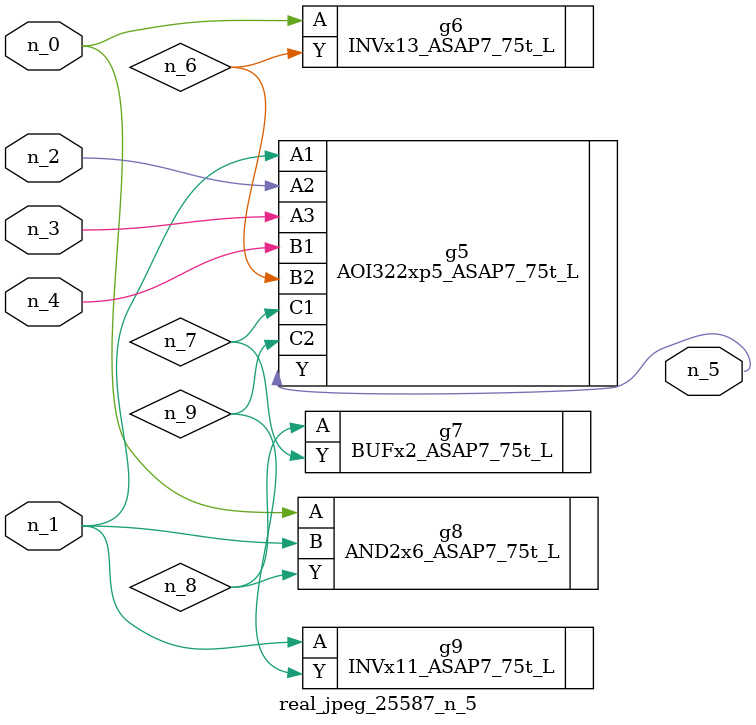
<source format=v>
module real_jpeg_25587_n_5 (n_4, n_0, n_1, n_2, n_3, n_5);

input n_4;
input n_0;
input n_1;
input n_2;
input n_3;

output n_5;

wire n_8;
wire n_6;
wire n_7;
wire n_9;

INVx13_ASAP7_75t_L g6 ( 
.A(n_0),
.Y(n_6)
);

AND2x6_ASAP7_75t_L g8 ( 
.A(n_0),
.B(n_1),
.Y(n_8)
);

AOI322xp5_ASAP7_75t_L g5 ( 
.A1(n_1),
.A2(n_2),
.A3(n_3),
.B1(n_4),
.B2(n_6),
.C1(n_7),
.C2(n_9),
.Y(n_5)
);

INVx11_ASAP7_75t_L g9 ( 
.A(n_1),
.Y(n_9)
);

BUFx2_ASAP7_75t_L g7 ( 
.A(n_8),
.Y(n_7)
);


endmodule
</source>
